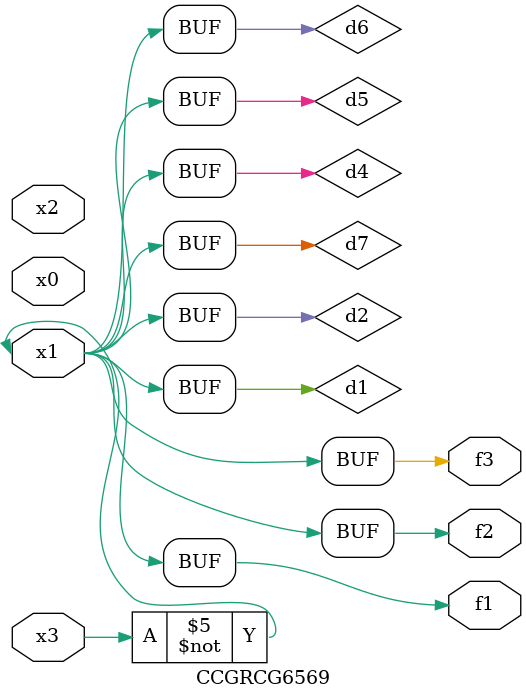
<source format=v>
module CCGRCG6569(
	input x0, x1, x2, x3,
	output f1, f2, f3
);

	wire d1, d2, d3, d4, d5, d6, d7;

	not (d1, x3);
	buf (d2, x1);
	xnor (d3, d1, d2);
	nor (d4, d1);
	buf (d5, d1, d2);
	buf (d6, d4, d5);
	nand (d7, d4);
	assign f1 = d6;
	assign f2 = d7;
	assign f3 = d6;
endmodule

</source>
